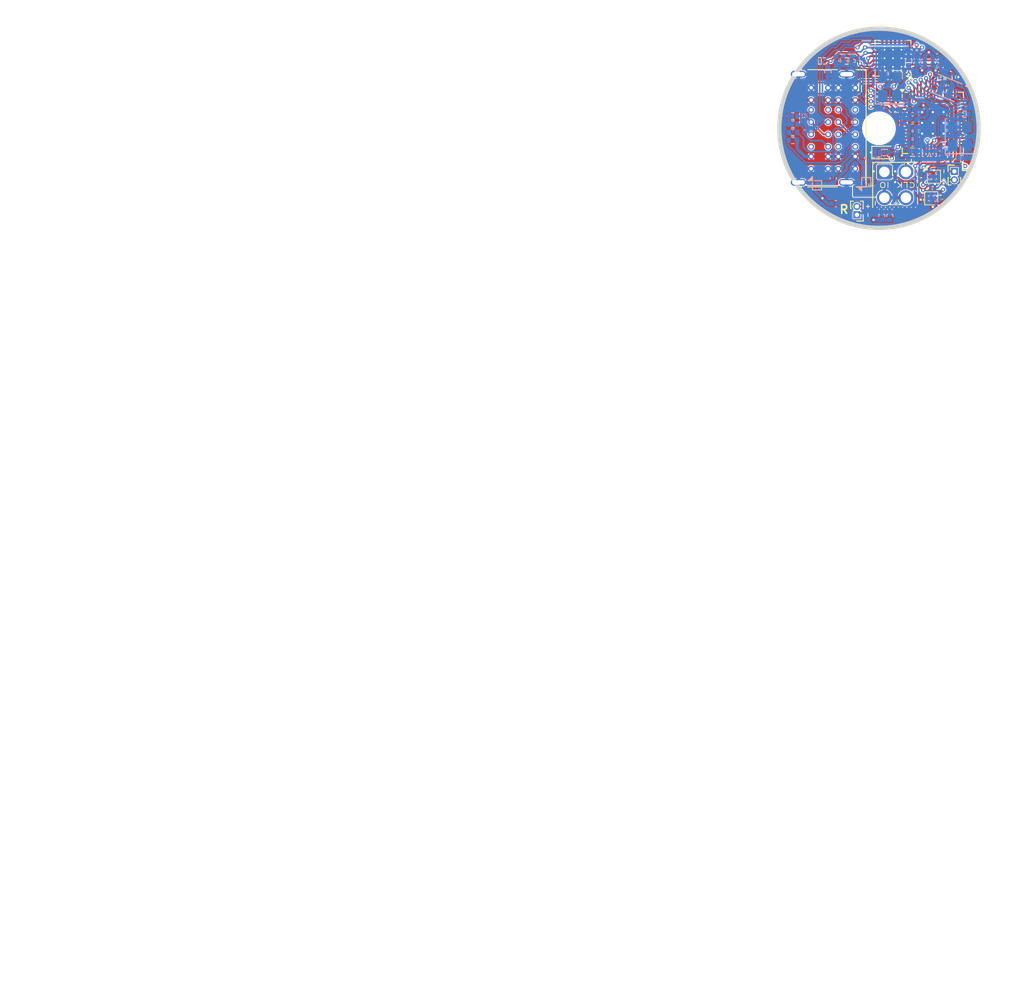
<source format=kicad_pcb>
(kicad_pcb (version 20241229) (generator "pcbnew") (generator_version "9.0")
  (title_block (title "Index Audio Amplifier") (date "In-Progress") (rev "0-dev") (comment 1 "Peter S. Hollander") (comment 2 "recursivenomad@protonmail.com") (comment 3 "MIT-0 OR CC0-1.0") (comment 4 "https://gitlab.com/recursivenomad/index-audio-amplifier/"))
  (layers (0 "F.Cu" signal) (2 "B.Cu" signal) (13 "F.Paste" user) (15 "B.Paste" user) (5 "F.SilkS" user "F.Silkscreen") (7 "B.SilkS" user "B.Silkscreen") (1 "F.Mask" user) (3 "B.Mask" user) (25 "Edge.Cuts" user))
  (net 0 "")
  (net 1 "GND")
  (net 2 "+3V3")
  (net 3 "+1V1")
  (net 4 "Net-(U1-XIN)")
  (net 5 "Net-(C17-Pad1)")
  (net 6 "+3V3A")
  (net 7 "Net-(D2-A)")
  (net 8 "Net-(J2-SWDIO)")
  (net 9 "Net-(J2-SWCLK)")
  (net 10 "Net-(U7-CRFILT)")
  (net 11 "Net-(U7-XTALIN)")
  (net 12 "Net-(U7-XTALOUT)")
  (net 13 "Net-(U1-USB_DP)")
  (net 14 "Net-(U1-USB_DM)")
  (net 15 "Net-(U1-XOUT)")
  (net 17 "VBUS")
  (net 18 "/AUX_DM")
  (net 21 "Net-(U1-QSPI_SD3)")
  (net 23 "Net-(U1-QSPI_SD2)")
  (net 31 "Net-(U1-QSPI_SD1)")
  (net 33 "Net-(U1-QSPI_SD0)")
  (net 34 "Net-(U1-QSPI_SCLK)")
  (net 38 "/LEFT_N")
  (net 39 "/LEFT_P")
  (net 40 "/RIGHT_P")
  (net 41 "/RIGHT_N")
  (net 42 "AGND")
  (net 44 "Net-(J1B-CC2_UP)")
  (net 46 "Net-(J1A-CC1_LO)")
  (net 48 "Net-(J1B-CC1_UP)")
  (net 49 "Net-(J1A-CC2_LO)")
  (net 50 "Net-(U7-RBIAS)")
  (net 51 "Net-(U7-VBUS_DET)")
  (net 52 "/HUB_SUSP")
  (net 53 "/HUB_SMCK")
  (net 54 "/HUB_SMDT")
  (net 56 "/HUB_RST")
  (net 63 "/DP_IN")
  (net 64 "/DM_IN")
  (net 65 "/RP2_DP")
  (net 66 "/RP2_DM")
  (net 67 "/AMP_FCLK")
  (net 68 "/AMP_DATA")
  (net 69 "/AMP_EN")
  (net 70 "/AMP_BCLK")
  (net 75 "/LED")
  (net 78 "/AUX_DP")
  (net 80 "Net-(JP1-A)")
  (footprint "Package_DFN_QFN:QFN-56-1EP_7x7mm_P0.4mm_EP3.2x3.2mm" (layer "F.Cu") (at 154.85 69.365)
    (property "Reference" "U1" (hide yes))
    (property "Value" "RP2040")
  )
  (footprint "ProjectFootprints_IndexAudioAmplifier:WLP-9_1.347x1.347mm_Layout3x3_P0.4mm" (layer "F.Cu") (at 154.977 75.715)
    (property "Reference" "U4" (hide yes))
    (property "Value" "MAX98360CENL")
  )
  (footprint "ProjectFootprints_IndexAudioAmplifier:WLP-9_1.347x1.347mm_Layout3x3_P0.4mm" (layer "F.Cu") (at 154.6595 78.255 180)
    (property "Reference" "U6" (hide yes))
    (property "Value" "MAX98360CENL")
  )
  (footprint "Capacitor_SMD:C_01005_0402Metric" (layer "F.Cu") (at 158.025 64.6025 90)
    (property "Reference" "C14" (hide yes))
    (property "Value" "2u2")
  )
  (footprint "Resistor_SMD:R_0402_1005Metric" (layer "F.Cu") (at 156.755 64.12625 -90)
    (property "Reference" "R12" (hide yes))
    (property "Value" "27R")
  )
  (footprint "Connector_PinHeader_1.00mm:PinHeader_1x02_P1.00mm_Vertical" (layer "F.Cu") (at 145.8965 80.2075 180)
    (property "Reference" "J3" (hide yes))
    (property "Value" "Conn_01x02")
  )
  (footprint "Connector_PicoprobeCandybar:SWD_PicoprobeCandybar_PressFit_Compact" (layer "F.Cu") (at 150.405 79.2075)
    (property "Reference" "J2" (hide yes))
    (property "Value" "SWD_PicoprobeCandybar" (hide yes))
  )
  (footprint "LED_SMD:LED_0603_1608Metric" (layer "F.Cu") (at 149.135 72.8575)
    (property "Reference" "D2" (hide yes))
    (property "Value" "Blue")
  )
  (footprint "Package_DFN_QFN:VQFN-24-1EP_4x4mm_P0.5mm_EP2.5x2.5mm_ThermalVias" (layer "F.Cu") (at 150.151 61.745 180)
    (property "Reference" "U7" (hide yes))
    (property "Value" "USB2422")
  )
  (footprint "ProjectFootprints_IndexAudioAmplifier:USB_C_Receptacle_CviLux_CU36SASCLA004-LF" (layer "F.Cu") (at 138.0225 70 -90)
    (property "Reference" "J1" (hide yes))
    (property "Value" "CU3616SASCLA004-LF")
  )
  (footprint "Resistor_SMD:R_0402_1005Metric" (layer "F.Cu") (at 155.8025 64.12625 -90)
    (property "Reference" "R13" (hide yes))
    (property "Value" "27R")
  )
  (footprint "Resistor_SMD:R_0402_1005Metric" (layer "F.Cu") (at 144.69 62.0625)
    (property "Reference" "R10" (hide yes))
    (property "Value" "50K")
  )
  (footprint "Resistor_SMD:R_0402_1005Metric" (layer "F.Cu") (at 141.515 62.0625)
    (property "Reference" "R2" (hide yes))
    (property "Value" "100K")
  )
  (footprint "Connector_PinHeader_1.00mm:PinHeader_1x02_P1.00mm_Vertical" (layer "F.Cu") (at 157.39 75.08)
    (property "Reference" "J4" (hide yes))
    (property "Value" "Conn_01x02")
  )
  (footprint "Capacitor_SMD:C_0402_1005Metric" (layer "B.Cu") (at 155.1395 78.255 180)
    (property "Reference" "C21" (hide yes))
    (property "Value" "10u")
  )
  (footprint "Resistor_SMD:R_0402_1005Metric" (layer "B.Cu") (at 138.34 70.47625 180)
    (property "Reference" "R9" (hide yes))
    (property "Value" "56K")
  )
  (footprint "NetTie:NetTie-2_SMD_Pad0.5mm" (layer "B.Cu") (at 144.69 76.9135 -90)
    (property "Reference" "NT1" (hide yes))
    (property "Value" "NetTie_2" (hide yes))
  )
  (footprint "Resistor_SMD:R_0402_1005Metric" (layer "B.Cu") (at 149.135 72.8575 180)
    (property "Reference" "R3" (hide yes))
    (property "Value" "470R")
  )
  (footprint "Capacitor_SMD:C_0402_1005Metric" (layer "B.Cu") (at 152.46875 71.74625)
    (property "Reference" "C6" (hide yes))
    (property "Value" "100n")
  )
  (footprint "Capacitor_SMD:C_0402_1005Metric" (layer "B.Cu") (at 155.32625 62.53875)
    (property "Reference" "C18" (hide yes))
    (property "Value" "2u2")
  )
  (footprint "Capacitor_SMD:C_0402_1005Metric" (layer "B.Cu") (at 153.42125 61.58625 180)
    (property "Reference" "C24" (hide yes))
    (property "Value" "100n")
  )
  (footprint "Capacitor_SMD:C_0402_1005Metric" (layer "B.Cu") (at 150.56375 67.7775 180)
    (property "Reference" "C26" (hide yes))
    (property "Value" "18p")
  )
  (footprint "Package_CSP:WLCSP-4_0.64x0.64mm_Layout2x2_P0.35mm" (layer "B.Cu") (at 146.9915 76.35)
    (property "Reference" "U2" (hide yes))
    (property "Value" "NCP167")
  )
  (footprint "Capacitor_SMD:C_0402_1005Metric" (layer "B.Cu") (at 155.32625 61.58625)
    (property "Reference" "C15" (hide yes))
    (property "Value" "100n")
  )
  (footprint "Capacitor_SMD:C_01005_0402Metric" (layer "B.Cu") (at 151.9925 66.5075 -90)
    (property "Reference" "C12" (hide yes))
    (property "Value" "2u2")
  )
  (footprint "Capacitor_SMD:C_0402_1005Metric" (layer "B.Cu") (at 147.865 73.81 180)
    (property "Reference" "C2" (hide yes))
    (property "Value" "1u")
  )
  (footprint "Crystal:Crystal_SMD_3225-4Pin_3.2x2.5mm" (layer "B.Cu") (at 149.77 65.07875 90)
    (property "Reference" "X2" (hide yes))
    (property "Value" "24MHz")
  )
  (footprint "Capacitor_SMD:C_0402_1005Metric" (layer "B.Cu") (at 152.46875 73.65125)
    (property "Reference" "C4" (hide yes))
    (property "Value" "100n")
  )
  (footprint "Capacitor_SMD:C_0402_1005Metric" (layer "B.Cu") (at 149.77 80.3225 90)
    (property "Reference" "C22" (hide yes))
    (property "Value" "100n")
  )
  (footprint "Capacitor_SMD:C_01005_0402Metric" (layer "B.Cu") (at 151.04 69.12175 90)
    (property "Reference" "C13" (hide yes))
    (property "Value" "2u2")
  )
  (footprint "Resistor_SMD:R_0402_1005Metric" (layer "B.Cu") (at 151.9925 62.0625 -90)
    (property "Reference" "R1" (hide yes))
    (property "Value" "12K")
  )
  (footprint "Resistor_SMD:R_0402_1005Metric" (layer "B.Cu") (at 142.4675 63.3325 -90)
    (property "Reference" "R6" (hide yes))
    (property "Value" "100K")
  )
  (footprint "Capacitor_SMD:C_0402_1005Metric" (layer "B.Cu") (at 154.9135 73.175 -90)
    (property "Reference" "C11" (hide yes))
    (property "Value" "100n")
  )
  (footprint "Resistor_SMD:R_0402_1005Metric" (layer "B.Cu") (at 138.34 71.42875)
    (property "Reference" "R7" (hide yes))
    (property "Value" "56K")
  )
  (footprint "Resistor_SMD:R_0402_1005Metric" (layer "B.Cu") (at 138.34 69.52375 180)
    (property "Reference" "R4" (hide yes))
    (property "Value" "5K11")
  )
  (footprint "Capacitor_SMD:C_0402_1005Metric" (layer "B.Cu") (at 153.961 73.175 -90)
    (property "Reference" "C9" (hide yes))
    (property "Value" "100n")
  )
  (footprint "Capacitor_SMD:C_0402_1005Metric" (layer "B.Cu") (at 158.3425 73.556)
    (property "Reference" "C17" (hide yes))
    (property "Value" "15p")
  )
  (footprint "ProjectFootprints_IndexAudioAmplifier:SolderJumper-2_P1.0mm_Open_RoundedPad0.5x1.0mm" (layer "B.Cu") (at 156.9455 63.3325 135)
    (property "Reference" "JP1" (hide yes))
    (property "Value" "BOOTSEL")
  )
  (footprint "Crystal:Crystal_SMD_3225-4Pin_3.2x2.5mm" (layer "B.Cu") (at 158.025 70.9525 90)
    (property "Reference" "X1" (hide yes))
    (property "Value" "12MHz")
  )
  (footprint "Capacitor_SMD:C_0402_1005Metric" (layer "B.Cu") (at 152.46875 69.873)
    (property "Reference" "C8" (hide yes))
    (property "Value" "100n")
  )
  (footprint "Capacitor_SMD:C_0402_1005Metric" (layer "B.Cu") (at 152.46875 67.7775)
    (property "Reference" "C25" (hide yes))
    (property "Value" "18p")
  )
  (footprint "Capacitor_SMD:C_0402_1005Metric" (layer "B.Cu") (at 152.46875 68.9205 180)
    (property "Reference" "C10" (hide yes))
    (property "Value" "100n")
  )
  (footprint "Capacitor_SMD:C_0402_1005Metric" (layer "B.Cu") (at 153.42125 62.53875 180)
    (property "Reference" "C23" (hide yes))
    (property "Value" "1u")
  )
  (footprint "Capacitor_SMD:C_0402_1005Metric" (layer "B.Cu") (at 143.1025 75.9055 90)
    (property "Reference" "C101" (hide yes))
    (property "Value" "1u")
  )
  (footprint "Capacitor_SMD:C_0402_1005Metric" (layer "B.Cu") (at 146.44 73.4925 90)
    (property "Reference" "C1" (hide yes))
    (property "Value" "1u")
  )
  (footprint "Resistor_SMD:R_0402_1005Metric" (layer "B.Cu") (at 138.34 68.57125 180)
    (property "Reference" "R5" (hide yes))
    (property "Value" "5K11")
  )
  (footprint "Resistor_SMD:R_0402_1005Metric" (layer "B.Cu") (at 158.5965 68.349 180)
    (property "Reference" "R14" (hide yes))
    (property "Value" "1K")
  )
  (footprint "Capacitor_SMD:C_0402_1005Metric" (layer "B.Cu") (at 143.42 62.0625 -90)
    (property "Reference" "C3" (hide yes))
    (property "Value" "1u")
  )
  (footprint "Capacitor_SMD:C_0402_1005Metric" (layer "B.Cu") (at 143.42 78.89)
    (property "Reference" "C102" (hide yes))
    (property "Value" "1u")
  )
  (footprint "Resistor_SMD:R_0402_1005Metric" (layer "B.Cu") (at 145.325 62.0625 90)
    (property "Reference" "R15" (hide yes))
    (property "Value" "50K")
  )
  (footprint "Capacitor_SMD:C_0402_1005Metric" (layer "B.Cu") (at 152.46875 70.79375)
    (property "Reference" "C7" (hide yes))
    (property "Value" "100n")
  )
  (footprint "Capacitor_SMD:C_0402_1005Metric" (layer "B.Cu") (at 156.4375 73.556 180)
    (property "Reference" "C16" (hide yes))
    (property "Value" "15p")
  )
  (footprint "Capacitor_SMD:C_0402_1005Metric" (layer "B.Cu") (at 152.46875 72.69875)
    (property "Reference" "C5" (hide yes))
    (property "Value" "100n")
  )
  (footprint "Capacitor_SMD:C_0402_1005Metric" (layer "B.Cu") (at 154.497 75.715)
    (property "Reference" "C20" (hide yes))
    (property "Value" "100n")
  )
  (footprint "Package_SON:Winbond_USON-8-1EP_3x2mm_P0.5mm_EP0.2x1.6mm" (layer "B.Cu") (at 156.4375 65.2375 157.5)
    (property "Reference" "U3" (hide yes))
    (property "Value" "W25Q16JVUXIQ")
  )
  (footprint "Package_CSP:WLCSP-4_0.64x0.64mm_Layout2x2_P0.35mm" (layer "B.Cu") (at 141.1975 76.731 -90)
    (property "Reference" "U5" (hide yes))
    (property "Value" "NCP167")
  )
  (footprint "Resistor_SMD:R_0402_1005Metric" (layer "B.Cu") (at 144.3725 62.0625 -90)
    (property "Reference" "R17" (hide yes))
    (property "Value" "50K")
  )
  (footprint "Capacitor_SMD:C_0402_1005Metric" (layer "B.Cu") (at 148.8175 80.3225 90)
    (property "Reference" "C19" (hide yes))
    (property "Value" "10u")
  )
  (footprint "MountingHole:MountingHole_2.2mm_M2_ISO7380" (layer "B.Cu") (at 148.5 70)
    (property "Reference" "H1" (hide yes))
    (property "Value" "MountingHole" (hide yes))
  )
  (gr_circle (center 148.5 70) (end 160.25 70) (stroke (width 0.5)) (fill no) (layer "Edge.Cuts"))
  (gr_text "R" (at 144.3725 80.16 0) (layer "F.SilkS") (effects (font (size 1 1) (thickness 0.2) (bold yes)) (justify bottom)))
  (gr_text "+ -" (at 147.23 79.7155 270) (layer "F.SilkS") (effects (font (size 0.5 0.5) (thickness 0.1) (bold yes))))
  (gr_text "L" (at 158.533 75.08 0) (layer "F.SilkS") (effects (font (size 1 1) (thickness 0.2) (bold yes)) (justify bottom)))
  (gr_text "+ -" (at 156.12 75.58 90) (layer "F.SilkS") (effects (font (size 0.5 0.5) (thickness 0.1) (bold yes))))
  (segment (start 153.85 72.175) (end 153.58 71.905) (width 0.4) (layer "F.Cu") (net 1))
  (segment (start 156.12 68.095) (end 155.485 68.73) (width 0.4) (layer "F.Cu") (net 1))
  (segment (start 150.405 76.35) (end 150.405 75.08) (width 0.4) (layer "F.Cu") (net 1))
  (segment (start 148.3475 72.8575) (end 147.5475 72.8575) (width 0.4) (layer "F.Cu") (net 1))
  (segment (start 156.12 69.365) (end 155.485 69.365) (width 0.4) (layer "F.Cu") (net 1))
  (segment (start 153.85 72.8025) (end 153.85 72.175) (width 0.4) (layer "F.Cu") (net 1))
  (segment (start 154.85 68.095) (end 154.85 68.73) (width 0.4) (layer "F.Cu") (net 1))
  (segment (start 158.025 64.12625) (end 158.025 64.3525) (width 0.4) (layer "F.Cu") (net 1))
  (segment (start 153.58 68.095) (end 154.215 68.73) (width 0.4) (layer "F.Cu") (net 1))
  (segment (start 153.58 69.365) (end 154.215 69.365) (width 0.4) (layer "F.Cu") (net 1))
  (segment (start 157.86625 63.9675) (end 158.025 64.12625) (width 0.4) (layer "F.Cu") (net 1))
  (segment (start 153.58 71.905) (end 153.58 70.635) (width 0.4) (layer "F.Cu") (net 1))
  (via (at 153.58 68.095) (size 0.5) (drill 0.25) (layers "F.Cu" "B.Cu") (net 1))
  (via (at 150.405 75.08) (size 0.5) (drill 0.25) (layers "F.Cu" "B.Cu") (net 1))
  (via (at 153.58 69.365) (size 0.5) (drill 0.25) (layers "F.Cu" "B.Cu") (net 1))
  (via (at 154.85 68.095) (size 0.5) (drill 0.25) (layers "F.Cu" "B.Cu") (net 1))
  (via (at 157.86625 63.9675) (size 0.5) (drill 0.25) (layers "F.Cu" "B.Cu") (net 1))
  (via (at 150.405 76.35) (size 0.5) (drill 0.25) (layers "F.Cu" "B.Cu") (net 1))
  (via (at 156.12 68.095) (size 0.5) (drill 0.25) (layers "F.Cu" "B.Cu") (net 1))
  (via (at 156.12 69.365) (size 0.5) (drill 0.25) (layers "F.Cu" "B.Cu") (net 1))
  (via (at 147.5475 72.8575) (size 0.5) (drill 0.25) (layers "F.Cu" "B.Cu") (net 1))
  (via (at 154.85 70.635) (size 0.5) (drill 0.25) (layers "F.Cu" "B.Cu") (net 1))
  (via (at 154.85 69.365) (size 0.5) (drill 0.25) (layers "F.Cu" "B.Cu") (net 1))
  (via (at 156.12 70.635) (size 0.5) (drill 0.25) (layers "F.Cu" "B.Cu") (net 1))
  (via (at 153.58 70.635) (size 0.5) (drill 0.25) (layers "F.Cu" "B.Cu") (net 1))
  (segment (start 147.1665 76.175) (end 147.1665 75.7785) (width 0.21) (layer "B.Cu") (net 1))
  (via (at 153.73875 67.30125) (size 0.5) (drill 0.25) (layers "F.Cu" "B.Cu") (net 2))
  (via (at 153.58 63.17375) (size 0.5) (drill 0.25) (layers "F.Cu" "B.Cu") (net 2))
  (via (at 151.19875 73.20675) (size 0.5) (drill 0.25) (layers "F.Cu" "B.Cu") (net 2))
  (via (at 148.02375 65.07875) (size 0.5) (drill 0.25) (layers "F.Cu" "B.Cu") (net 2))
  (via (at 147.865 63.80875) (size 0.5) (drill 0.25) (layers "F.Cu" "B.Cu") (net 2))
  (via (at 155.1675 63.17375) (size 0.5) (drill 0.25) (layers "F.Cu" "B.Cu") (net 2))
  (via (at 154.37375 61.0465) (size 0.5) (drill 0.25) (layers "F.Cu" "B.Cu") (net 2))
  (via (at 147.865 75.08) (size 0.5) (drill 0.25) (layers "F.Cu" "B.Cu") (net 2))
  (segment (start 153.13925 68.73) (end 152.94875 68.9205) (width 0.4) (layer "B.Cu") (net 2))
  (segment (start 151.98875 72.69875) (end 151.98875 71.74625) (width 0.4) (layer "B.Cu") (net 2))
  (segment (start 151.98875 71.74625) (end 151.98875 70.79375) (width 0.4) (layer "B.Cu") (net 2))
  (segment (start 155.1675 62.86) (end 154.84625 62.53875) (width 0.4) (layer "B.Cu") (net 2))
  (segment (start 147.865 64.92) (end 148.02375 65.07875) (width 0.4) (layer "B.Cu") (net 2))
  (segment (start 151.99625 69.873) (end 152.94875 68.9205) (width 0.4) (layer "B.Cu") (net 2))
  (segment (start 153.90125 62.53875) (end 153.90125 61.58625) (width 0.4) (layer "B.Cu") (net 2))
  (segment (start 151.19875 73.20675) (end 151.54425 73.20675) (width 0.4) (layer "B.Cu") (net 2))
  (segment (start 154.215 67.7775) (end 154.215 68.4125) (width 0.4) (layer "B.Cu") (net 2))
  (segment (start 147.1665 76.525) (end 147.69 76.525) (width 0.21) (layer "B.Cu") (net 2))
  (segment (start 155.485 63.811703) (end 155.485478 63.812181) (width 0.4) (layer "B.Cu") (net 2))
  (segment (start 151.98875 69.873) (end 151.99625 69.873) (width 0.4) (layer "B.Cu") (net 2))
  (segment (start 151.4875 69.37175) (end 151.98875 69.873) (width 0.4) (layer "B.Cu") (net 2))
  (segment (start 154.84625 61.519) (end 154.37375 61.0465) (width 0.4) (layer "B.Cu") (net 2))
  (segment (start 147.865 74.29) (end 147.865 75.08) (width 0.4) (layer "B.Cu") (net 2))
  (segment (start 147.865 76.35) (end 147.69 76.525) (width 0.4) (layer "B.Cu") (net 2))
  (segment (start 148.345 73.81) (end 147.865 74.29) (width 0.4) (layer "B.Cu") (net 2))
  (segment (start 154.215 68.4125) (end 153.8975 68.73) (width 0.4) (layer "B.Cu") (net 2))
  (segment (start 155.485478 63.812181) (end 155.407984 63.999268) (width 0.4) (layer "B.Cu") (net 2))
  (segment (start 151.54425 73.20675) (end 151.98875 73.65125) (width 0.4) (layer "B.Cu") (net 2))
  (segment (start 155.485 63.65) (end 155.485 63.811703) (width 0.4) (layer "B.Cu") (net 2))
  (segment (start 155.1675 62.86) (end 155.1675 63.17375) (width 0.4) (layer "B.Cu") (net 2))
  (segment (start 151.48075 73.20675) (end 151.98875 72.69875) (width 0.4) (layer "B.Cu") (net 2))
  (segment (start 153.58 63.17375) (end 153.90125 62.8525) (width 0.4) (layer "B.Cu") (net 2))
  (segment (start 153.90125 61.519) (end 154.37375 61.0465) (width 0.4) (layer "B.Cu") (net 2))
  (segment (start 155.1675 63.3325) (end 155.485 63.65) (width 0.4) (layer "B.Cu") (net 2))
  (segment (start 154.84625 61.58625) (end 154.84625 62.53875) (width 0.4) (layer "B.Cu") (net 2))
  (segment (start 151.19875 73.20675) (end 151.48075 73.20675) (width 0.4) (layer "B.Cu") (net 2))
  (segment (start 153.90125 62.8525) (end 153.90125 62.53875) (width 0.4) (layer "B.Cu") (net 2))
  (segment (start 151.98875 73.65125) (end 151.98875 72.69875) (width 0.4) (layer "B.Cu") (net 2))
  (segment (start 154.84625 61.58625) (end 154.84625 61.519) (width 0.4) (layer "B.Cu") (net 2))
  (segment (start 147.865 75.08) (end 147.865 76.35) (width 0.4) (layer "B.Cu") (net 2))
  (segment (start 147.865 63.80875) (end 147.865 64.92) (width 0.4) (layer "B.Cu") (net 2))
  (segment (start 153.73875 67.30125) (end 154.215 67.7775) (width 0.4) (layer "B.Cu") (net 2))
  (segment (start 153.90125 61.58625) (end 153.90125 61.519) (width 0.4) (layer "B.Cu") (net 2))
  (segment (start 153.8975 68.73) (end 153.13925 68.73) (width 0.4) (layer "B.Cu") (net 2))
  (segment (start 151.4875 69.37175) (end 151.04 69.37175) (width 0.4) (layer "B.Cu") (net 2))
  (segment (start 151.98875 70.79375) (end 151.98875 69.873) (width 0.4) (layer "B.Cu") (net 2))
  (segment (start 154.446773 66.666) (end 154.65 66.462773) (width 0.4) (layer "F.Cu") (net 3))
  (segment (start 156.65 66.485501) (end 156.65 65.9275) (width 0.4) (layer "F.Cu") (net 3))
  (segment (start 156.3105 66.825001) (end 156.65 66.485501) (width 0.4) (layer "F.Cu") (net 3))
  (segment (start 152.6275 66.825) (end 152.7865 66.666) (width 0.4) (layer "F.Cu") (net 3))
  (segment (start 152.7865 66.666) (end 154.446773 66.666) (width 0.4) (layer "F.Cu") (net 3))
  (segment (start 154.65 65.9275) (end 154.65 66.460774) (width 0.4) (layer "F.Cu") (net 3))
  (segment (start 156.440749 71.905) (end 156.12 71.905) (width 0.4) (layer "F.Cu") (net 3))
  (segment (start 155.799251 71.905) (end 156.12 71.905) (width 0.4) (layer "F.Cu") (net 3))
  (segment (start 155.012226 66.825) (end 156.3105 66.825001) (width 0.4) (layer "F.Cu") (net 3))
  (segment (start 157.0725 71.273249) (end 157.0725 67.46) (width 0.4) (layer "F.Cu") (net 3))
  (segment (start 157.0725 71.273249) (end 156.440749 71.905) (width 0.4) (layer "F.Cu") (net 3))
  (segment (start 155.450001 72.25425) (end 155.799251 71.905) (width 0.4) (layer "F.Cu") (net 3))
  (segment (start 155.450001 72.8025) (end 155.450001 72.25425) (width 0.4) (layer "F.Cu") (net 3))
  (segment (start 156.65 66.485501) (end 156.65 67.0375) (width 0.4) (layer "F.Cu") (net 3))
  (segment (start 157.0725 67.46) (end 156.437501 66.825001) (width 0.4) (layer "F.Cu") (net 3))
  (segment (start 154.446773 66.666) (end 154.853226 66.666) (width 0.4) (layer "F.Cu") (net 3))
  (segment (start 155.012226 66.825) (end 154.649 66.461774) (width 0.4) (layer "F.Cu") (net 3))
  (segment (start 157.069251 71.273249) (end 157.0725 71.273249) (width 0.4) (layer "F.Cu") (net 3))
  (via (at 156.12 71.905) (size 0.5) (drill 0.25) (layers "F.Cu" "B.Cu") (net 3))
  (via (at 152.6275 66.825) (size 0.5) (drill 0.25) (layers "F.Cu" "B.Cu") (net 3))
  (segment (start 156.12 71.905) (end 155.33 72.695) (width 0.4) (layer "B.Cu") (net 3))
  (segment (start 152.3775 66.2575) (end 151.9925 66.2575) (width 0.4) (layer "B.Cu") (net 3))
  (segment (start 155.33 72.695) (end 154.9135 72.695) (width 0.4) (layer "B.Cu") (net 3))
  (segment (start 152.6275 66.5075) (end 152.3775 66.2575) (width 0.4) (layer "B.Cu") (net 3))
  (segment (start 153.961 72.695) (end 154.9135 72.695) (width 0.4) (layer "B.Cu") (net 3))
  (segment (start 152.6275 66.825) (end 152.6275 66.5075) (width 0.4) (layer "B.Cu") (net 3))
  (segment (start 154.249999 71.622499) (end 154.249999 72.8025) (width 0.2) (layer "F.Cu") (net 4))
  (segment (start 154.215 71.42875) (end 154.215 71.5875) (width 0.2) (layer "F.Cu") (net 4))
  (segment (start 154.215 71.5875) (end 154.249999 71.622499) (width 0.2) (layer "F.Cu") (net 4))
  (via (at 154.215 71.42875) (size 0.5) (drill 0.25) (layers "F.Cu" "B.Cu") (net 4))
  (segment (start 154.215 71.42875) (end 154.215 71.74625) (width 0.2) (layer "B.Cu") (net 4))
  (segment (start 155.96125 71.27) (end 156.3925 71.27) (width 0.2) (layer "B.Cu") (net 4))
  (segment (start 154.37375 71.905) (end 155.32625 71.905) (width 0.2) (layer "B.Cu") (net 4))
  (segment (start 156.3925 71.27) (end 157.175 72.0525) (width 0.2) (layer "B.Cu") (net 4))
  (segment (start 156.9175 73.556) (end 156.9175 72.31) (width 0.2) (layer "B.Cu") (net 4))
  (segment (start 156.9175 72.31) (end 157.175 72.0525) (width 0.2) (layer "B.Cu") (net 4))
  (segment (start 155.32625 71.905) (end 155.96125 71.27) (width 0.2) (layer "B.Cu") (net 4))
  (segment (start 154.215 71.74625) (end 154.37375 71.905) (width 0.2) (layer "B.Cu") (net 4))
  (segment (start 158.025 73.3935) (end 157.8625 73.556) (width 0.2) (layer "B.Cu") (net 5))
  (segment (start 158.875 69.8525) (end 158.875 70.42) (width 0.2) (layer "B.Cu") (net 5))
  (segment (start 159.1065 69.621) (end 158.875 69.8525) (width 0.2) (layer "B.Cu") (net 5))
  (segment (start 159.1065 68.349) (end 159.1065 69.621) (width 0.2) (layer "B.Cu") (net 5))
  (segment (start 158.025 71.27) (end 158.025 73.3935) (width 0.2) (layer "B.Cu") (net 5))
  (segment (start 158.875 70.42) (end 158.025 71.27) (width 0.2) (layer "B.Cu") (net 5))
  (segment (start 154.6595 79.0805) (end 154.85 79.271) (width 0.27) (layer "F.Cu") (net 6))
  (segment (start 155.0595 78.655) (end 154.6595 78.655) (width 0.27) (layer "F.Cu") (net 6))
  (segment (start 154.6595 78.255) (end 154.6595 78.655) (width 0.27) (layer "F.Cu") (net 6))
  (segment (start 154.977 74.953) (end 154.977 75.315) (width 0.27) (layer "F.Cu") (net 6))
  (segment (start 154.977 75.715) (end 154.977 75.315) (width 0.27) (layer "F.Cu") (net 6))
  (segment (start 154.6595 78.655) (end 154.6595 79.0805) (width 0.27) (layer "F.Cu") (net 6))
  (segment (start 154.577 75.315) (end 154.977 75.315) (width 0.27) (layer "F.Cu") (net 6))
  (via (at 147.865 80.8025) (size 0.5) (drill 0.25) (layers "F.Cu" "B.Cu") (net 6))
  (via (at 154.977 74.953) (size 0.5) (drill 0.25) (layers "F.Cu" "B.Cu") (net 6))
  (via (at 153.42125 78.41375) (size 0.5) (drill 0.25) (layers "F.Cu" "B.Cu") (net 6))
  (via (at 154.85 79.271) (size 0.5) (drill 0.25) (layers "F.Cu" "B.Cu") (net 6))
  (via (at 141.8325 78.255) (size 0.5) (drill 0.25) (layers "F.Cu" "B.Cu") (net 6))
  (segment (start 153.463912 76.096) (end 153.3895 76.096) (width 0.4) (layer "B.Cu") (net 6))
  (segment (start 155.6195 78.255) (end 155.6195 78.5015) (width 0.4) (layer "B.Cu") (net 6))
  (segment (start 154.342 74.953) (end 154.017 75.278) (width 0.4) (layer "B.Cu") (net 6))
  (segment (start 155.6195 78.5015) (end 154.85 79.271) (width 0.4) (layer "B.Cu") (net 6))
  (segment (start 141.8325 78.255) (end 141.0225 77.445) (width 0.4) (layer "B.Cu") (net 6))
  (segment (start 142.94 78.89) (end 142.4675 78.89) (width 0.4) (layer "B.Cu") (net 6))
  (segment (start 148.8175 80.8025) (end 147.865 80.8025) (width 0.4) (layer "B.Cu") (net 6))
  (segment (start 154.017 75.8495) (end 153.775 76.0915) (width 0.4) (layer "B.Cu") (net 6))
  (segment (start 153.468412 76.0915) (end 153.463912 76.096) (width 0.4) (layer "B.Cu") (net 6))
  (segment (start 154.017 75.278) (end 154.017 75.715) (width 0.4) (layer "B.Cu") (net 6))
  (segment (start 141.0225 77.445) (end 141.0225 76.906) (width 0.21) (layer "B.Cu") (net 6))
  (segment (start 154.017 75.715) (end 154.017 75.8495) (width 0.4) (layer "B.Cu") (net 6))
  (segment (start 153.775 76.0915) (end 153.468412 76.0915) (width 0.4) (layer "B.Cu") (net 6))
  (segment (start 149.77 80.8025) (end 148.8175 80.8025) (width 0.4) (layer "B.Cu") (net 6))
  (segment (start 153.3895 76.096) (end 153.10375 76.38175) (width 0.4) (layer "B.Cu") (net 6))
  (segment (start 142.4675 78.89) (end 141.8325 78.255) (width 0.4) (layer "B.Cu") (net 6))
  (segment (start 153.42125 78.03275) (end 153.42125 78.41375) (width 0.4) (layer "B.Cu") (net 6))
  (segment (start 154.977 74.953) (end 154.342 74.953) (width 0.4) (layer "B.Cu") (net 6))
  (segment (start 153.10375 77.71525) (end 153.42125 78.03275) (width 0.4) (layer "B.Cu") (net 6))
  (segment (start 153.10375 76.38175) (end 153.10375 77.71525) (width 0.4) (layer "B.Cu") (net 6))
  (segment (start 150.024 72.959) (end 150.024 73.556) (width 0.2) (layer "F.Cu") (net 7))
  (segment (start 149.9225 72.8575) (end 150.024 72.959) (width 0.2) (layer "F.Cu") (net 7))
  (via (at 150.024 73.556) (size 0.5) (drill 0.25) (layers "F.Cu" "B.Cu") (net 7))
  (segment (start 150.024 73.556) (end 149.3235 73.556) (width 0.2) (layer "B.Cu") (net 7))
  (segment (start 149.3235 73.556) (end 148.625 72.8575) (width 0.2) (layer "B.Cu") (net 7))
  (segment (start 156.25 73.426) (end 156.25 72.8025) (width 0.2) (layer "F.Cu") (net 8))
  (segment (start 153.42125 73.81) (end 155.866 73.81) (width 0.2) (layer "F.Cu") (net 8))
  (segment (start 152.78625 74.445) (end 153.42125 73.81) (width 0.2) (layer "F.Cu") (net 8))
  (segment (start 155.866 73.81) (end 156.25 73.426) (width 0.2) (layer "F.Cu") (net 8))
  (via (at 152.78625 74.445) (size 0.5) (drill 0.25) (layers "F.Cu" "B.Cu") (net 8))
  (segment (start 149.7065 75.715) (end 149.135 75.1435) (width 0.2) (layer "B.Cu") (net 8))
  (segment (start 152.056 76.35) (end 151.19875 76.35) (width 0.2) (layer "B.Cu") (net 8))
  (segment (start 152.78625 75.61975) (end 152.056 76.35) (width 0.2) (layer "B.Cu") (net 8))
  (segment (start 150.56375 75.715) (end 149.7065 75.715) (width 0.2) (layer "B.Cu") (net 8))
  (segment (start 152.78625 74.445) (end 152.78625 75.61975) (width 0.2) (layer "B.Cu") (net 8))
  (segment (start 151.19875 76.35) (end 150.56375 75.715) (width 0.2) (layer "B.Cu") (net 8))
  (segment (start 151.675 75.1435) (end 151.675 73.81) (width 0.2) (layer "F.Cu") (net 9))
  (segment (start 155.85 73.2545) (end 155.85 72.8025) (width 0.2) (layer "F.Cu") (net 9))
  (segment (start 151.9925 73.4925) (end 155.612 73.4925) (width 0.2) (layer "F.Cu") (net 9))
  (segment (start 151.675 73.81) (end 151.9925 73.4925) (width 0.2) (layer "F.Cu") (net 9))
  (segment (start 155.612 73.4925) (end 155.85 73.2545) (width 0.2) (layer "F.Cu") (net 9))
  (segment (start 149.901 59.3995) (end 149.901 59.8075) (width 0.2) (layer "F.Cu") (net 10))
  (segment (start 148.5 59.205) (end 148.65875 59.04625) (width 0.2) (layer "F.Cu") (net 10))
  (segment (start 145.96 60.475) (end 146.595 59.84) (width 0.2) (layer "F.Cu") (net 10))
  (segment (start 149.54775 59.04625) (end 149.901 59.3995) (width 0.2) (layer "F.Cu") (net 10))
  (segment (start 146.595 59.84) (end 148.1825 59.84) (width 0.2) (layer "F.Cu") (net 10))
  (segment (start 148.65875 59.04625) (end 149.54775 59.04625) (width 0.2) (layer "F.Cu") (net 10))
  (segment (start 148.1825 59.84) (end 148.5 59.5225) (width 0.2) (layer "F.Cu") (net 10))
  (segment (start 148.5 59.5225) (end 148.5 59.205) (width 0.2) (layer "F.Cu") (net 10))
  (via (at 145.96 60.475) (size 0.5) (drill 0.25) (layers "F.Cu" "B.Cu") (net 10))
  (segment (start 143.42 61.5825) (end 144.5275 60.475) (width 0.2) (layer "B.Cu") (net 10))
  (segment (start 144.5275 60.475) (end 145.96 60.475) (width 0.2) (layer "B.Cu") (net 10))
  (segment (start 150.56375 64.76125) (end 150.56375 64.293) (width 0.2) (layer "F.Cu") (net 11))
  (segment (start 150.56375 64.293) (end 150.401 64.13025) (width 0.2) (layer "F.Cu") (net 11))
  (segment (start 150.24625 65.07875) (end 150.56375 64.76125) (width 0.2) (layer "F.Cu") (net 11))
  (segment (start 150.401 64.13025) (end 150.401 63.6825) (width 0.2) (layer "F.Cu") (net 11))
  (via (at 150.24625 65.07875) (size 0.5) (drill 0.25) (layers "F.Cu" "B.Cu") (net 11))
  (segment (start 149.77 65.555) (end 149.77 66.825) (width 0.2) (layer "B.Cu") (net 11))
  (segment (start 151.35375 67.1425) (end 151.98875 67.7775) (width 0.2) (layer "B.Cu") (net 11))
  (segment (start 150.56375 64.035) (end 150.62 63.97875) (width 0.2) (layer "B.Cu") (net 11))
  (segment (start 150.24625 65.07875) (end 149.77 65.555) (width 0.2) (layer "B.Cu") (net 11))
  (segment (start 150.0875 67.1425) (end 151.35375 67.1425) (width 0.2) (layer "B.Cu") (net 11))
  (segment (start 149.77 66.825) (end 150.0875 67.1425) (width 0.2) (layer "B.Cu") (net 11))
  (segment (start 150.56375 64.76125) (end 150.56375 64.035) (width 0.2) (layer "B.Cu") (net 11))
  (segment (start 150.24625 65.07875) (end 150.56375 64.76125) (width 0.2) (layer "B.Cu") (net 11))
  (segment (start 148.97625 65.07875) (end 149.901 64.154) (width 0.2) (layer "F.Cu") (net 12))
  (segment (start 149.901 64.154) (end 149.901 63.6825) (width 0.2) (layer "F.Cu") (net 12))
  (segment (start 148.65875 65.07875) (end 148.97625 65.07875) (width 0.2) (layer "F.Cu") (net 12))
  (via (at 148.65875 65.07875) (size 0.5) (drill 0.25) (layers "F.Cu" "B.Cu") (net 12))
  (segment (start 148.92 67.245) (end 149.4525 67.7775) (width 0.2) (layer "B.Cu") (net 12))
  (segment (start 148.92 66.17875) (end 148.92 67.245) (width 0.2) (layer "B.Cu") (net 12))
  (segment (start 149.4525 67.7775) (end 150.08375 67.7775) (width 0.2) (layer "B.Cu") (net 12))
  (segment (start 148.92 66.17875) (end 148.92 65.34) (width 0.2) (layer "B.Cu") (net 12))
  (segment (start 148.92 65.34) (end 148.65875 65.07875) (width 0.2) (layer "B.Cu") (net 12))
  (segment (start 155.32625 64.12625) (end 156.245001 64.12625) (width 0.2) (layer "F.Cu") (net 13))
  (segment (start 156.245001 64.12625) (end 156.755 64.636249) (width 0.2) (layer "F.Cu") (net 13))
  (segment (start 155.85 65.9275) (end 155.85 65.49) (width 0.2) (layer "F.Cu") (net 13))
  (segment (start 155.1675 64.285) (end 155.32625 64.12625) (width 0.2) (layer "F.Cu") (net 13))
  (segment (start 155.1675 64.8075) (end 155.1675 64.285) (width 0.2) (layer "F.Cu") (net 13))
  (segment (start 155.85 65.49) (end 155.1675 64.8075) (width 0.2) (layer "F.Cu") (net 13))
  (segment (start 156.25 65.083749) (end 155.8025 64.636249) (width 0.2) (layer "F.Cu") (net 14))
  (segment (start 156.25 65.9275) (end 156.25 65.083749) (width 0.2) (layer "F.Cu") (net 14))
  (segment (start 154.65 71.7875) (end 154.65 72.8025) (width 0.2) (layer "F.Cu") (net 15))
  (segment (start 155.009059 71.428441) (end 154.65 71.7875) (width 0.2) (layer "F.Cu") (net 15))
  (via (at 155.009059 71.428441) (size 0.5) (drill 0.25) (layers "F.Cu" "B.Cu") (net 15))
  (segment (start 155.485 70.9525) (end 155.485 69.0475) (width 0.2) (layer "B.Cu") (net 15))
  (segment (start 155.8025 68.73) (end 156.4375 68.73) (width 0.2) (layer "B.Cu") (net 15))
  (segment (start 156.4375 68.73) (end 156.755 68.4125) (width 0.2) (layer "B.Cu") (net 15))
  (segment (start 158.023 68.4125) (end 158.0865 68.349) (width 0.2) (layer "B.Cu") (net 15))
  (segment (start 155.009059 71.428441) (end 155.485 70.9525) (width 0.2) (layer "B.Cu") (net 15))
  (segment (start 155.485 69.0475) (end 155.8025 68.73) (width 0.2) (layer "B.Cu") (net 15))
  (segment (start 156.755 68.4125) (end 158.023 68.4125) (width 0.2) (layer "B.Cu") (net 15))
  (segment (start 150.405 77.62) (end 149.77 76.985) (width 0.4) (layer "F.Cu") (net 17))
  (segment (start 141.005 62.0625) (end 141.005 63.525) (width 0.4) (layer "F.Cu") (net 17))
  (segment (start 150.659 78.1915) (end 150.405 77.9375) (width 0.4) (layer "F.Cu") (net 17))
  (segment (start 150.405 77.9375) (end 150.405 77.62) (width 0.4) (layer "F.Cu") (net 17))
  (segment (start 149.77 76.985) (end 147.23 76.985) (width 0.4) (layer "F.Cu") (net 17))
  (segment (start 151.675 78.1915) (end 150.659 78.1915) (width 0.4) (layer "F.Cu") (net 17))
  (segment (start 147.23 76.985) (end 145.96 75.715) (width 0.4) (layer "F.Cu") (net 17))
  (segment (start 139.76 73.325) (end 138.85 72.415) (width 0.4) (layer "B.Cu") (net 17))
  (segment (start 143.003 76.485) (end 143.1025 76.3855) (width 0.4) (layer "B.Cu") (net 17))
  (segment (start 138.81625 71.42875) (end 138.85 71.42875) (width 0.4) (layer "B.Cu") (net 17))
  (segment (start 138.85 72.415) (end 138.85 71.42875) (width 0.4) (layer "B.Cu") (net 17))
  (segment (start 143.1305 76.3855) (end 144.69 74.826) (width 0.4) (layer "B.Cu") (net 17))
  (segment (start 143.1025 76.3855) (end 143.1305 76.3855) (width 0.4) (layer "B.Cu") (net 17))
  (segment (start 146.44 73.9725) (end 146.44 74.0625) (width 0.4) (layer "B.Cu") (net 17))
  (segment (start 144.69 74.3375) (end 145.7025 73.325) (width 0.4) (layer "B.Cu") (net 17))
  (segment (start 146.8165 76.175) (end 146.595 75.9535) (width 0.21) (layer "B.Cu") (net 17))
  (segment (start 141.0225 76.556) (end 141.3725 76.556) (width 0.21) (layer "B.Cu") (net 17))
  (segment (start 137.83 70.47625) (end 137.86375 70.47625) (width 0.4) (layer "B.Cu") (net 17))
  (segment (start 141.1975 76.485) (end 143.003 76.485) (width 0.4) (layer "B.Cu") (net 17))
  (segment (start 137.86375 70.47625) (end 138.81625 71.42875) (width 0.4) (layer "B.Cu") (net 17))
  (segment (start 146.8165 76.3175) (end 146.595 76.096) (width 0.21) (layer "B.Cu") (net 17))
  (segment (start 145.7025 73.325) (end 146.35 73.9725) (width 0.4) (layer "B.Cu") (net 17))
  (segment (start 144.69 74.826) (end 144.69 74.3375) (width 0.4) (layer "B.Cu") (net 17))
  (segment (start 146.35 73.9725) (end 146.44 73.9725) (width 0.4) (layer "B.Cu") (net 17))
  (segment (start 146.44 74.0625) (end 146.595 74.2175) (width 0.4) (layer "B.Cu") (net 17))
  (segment (start 146.8165 76.525) (end 146.8165 76.175) (width 0.21) (layer "B.Cu") (net 17))
  (segment (start 140.5025 73.325) (end 139.76 73.325) (width 0.4) (layer "B.Cu") (net 17))
  (segment (start 146.595 74.2175) (end 146.595 76.096) (width 0.4) (layer "B.Cu") (net 17))
  (segment (start 153.58 60.475) (end 152.56 61.495) (width 0.2) (layer "F.Cu") (net 18))
  (segment (start 152.56 61.495) (end 152.0885 61.495) (width 0.2) (layer "F.Cu") (net 18))
  (via (at 153.58 60.475) (size 0.5) (drill 0.25) (layers "F.Cu" "B.Cu") (net 18))
  (segment (start 141.8325 62.22125) (end 143.26125 60.7925) (width 0.2) (layer "B.Cu") (net 18))
  (segment (start 144.3725 60.1575) (end 145.325 60.1575) (width 0.2) (layer "B.Cu") (net 18))
  (segment (start 152.46875 60.63375) (end 153.42125 60.63375) (width 0.2) (layer "B.Cu") (net 18))
  (segment (start 147.23 59.84) (end 147.5475 60.1575) (width 0.2) (layer "B.Cu") (net 18))
  (segment (start 142.2135 67.2695) (end 141.8325 66.8885) (width 0.2) (layer "B.Cu") (net 18))
  (segment (start 147.5475 60.1575) (end 151.9925 60.1575) (width 0.2) (layer "B.Cu") (net 18))
  (segment (start 143.7375 60.7925) (end 144.3725 60.1575) (width 0.2) (layer "B.Cu") (net 18))
  (segment (start 143.7025 70.725) (end 144.2525 70.725) (width 0.2) (layer "B.Cu") (net 18))
  (segment (start 141.8325 66.8885) (end 141.8325 62.22125) (width 0.2) (layer "B.Cu") (net 18))
  (segment (start 144.2525 70.725) (end 145.7025 69.275) (width 0.2) (layer "B.Cu") (net 18))
  (segment (start 144.69 67.841) (end 144.1185 67.2695) (width 0.2) (layer "B.Cu") (net 18))
  (segment (start 143.26125 60.7925) (end 143.7375 60.7925) (width 0.2) (layer "B.Cu") (net 18))
  (segment (start 144.1185 67.2695) (end 142.2135 67.2695) (width 0.2) (layer "B.Cu") (net 18))
  (segment (start 153.42125 60.63375) (end 153.58 60.475) (width 0.2) (layer "B.Cu") (net 18))
  (segment (start 145.325 60.1575) (end 145.6425 59.84) (width 0.2) (layer "B.Cu") (net 18))
  (segment (start 144.69 68.2625) (end 144.69 67.841) (width 0.2) (layer "B.Cu") (net 18))
  (segment (start 145.6425 59.84) (end 147.23 59.84) (width 0.2) (layer "B.Cu") (net 18))
  (segment (start 151.9925 60.1575) (end 152.46875 60.63375) (width 0.2) (layer "B.Cu") (net 18))
  (segment (start 145.7025 69.275) (end 144.69 68.2625) (width 0.2) (layer "B.Cu") (net 18))
  (segment (start 154.5325 65.2375) (end 154.249999 65.520001) (width 0.2) (layer "F.Cu") (net 21))
  (segment (start 154.249999 65.520001) (end 154.249999 65.9275) (width 0.2) (layer "F.Cu") (net 21))
  (segment (start 154.5325 63.65) (end 154.5325 65.2375) (width 0.2) (layer "F.Cu") (net 21))
  (via (at 154.5325 63.65) (size 0.5) (drill 0.25) (layers "F.Cu" "B.Cu") (net 21))
  (segment (start 154.5325 64.036839) (end 154.77318 64.277519) (width 0.2) (layer "B.Cu") (net 21))
  (segment (start 154.77318 64.277519) (end 155.216642 64.461207) (width 0.2) (layer "B.Cu") (net 21))
  (segment (start 154.5325 63.65) (end 154.5325 64.036839) (width 0.2) (layer "B.Cu") (net 21))
  (segment (start 152.78625 64.44375) (end 153.05 64.7075) (width 0.2) (layer "F.Cu") (net 23))
  (segment (start 153.05 64.7075) (end 153.05 65.9275) (width 0.2) (layer "F.Cu") (net 23))
  (via (at 152.78625 64.44375) (size 0.5) (drill 0.25) (layers "F.Cu" "B.Cu") (net 23))
  (segment (start 158.039459 66.171651) (end 157.658356 66.013795) (width 0.2) (layer "B.Cu") (net 23))
  (segment (start 157.564817 67.079088) (end 158.187066 66.821344) (width 0.2) (layer "B.Cu") (net 23))
  (segment (start 158.247817 66.674681) (end 158.039459 66.171651) (width 0.2) (layer "B.Cu") (net 23))
  (segment (start 153.86575 65.52325) (end 157.564817 67.079088) (width 0.2) (layer "B.Cu") (net 23))
  (segment (start 152.78625 64.44375) (end 153.86575 65.52325) (width 0.2) (layer "B.Cu") (net 23))
  (segment (start 158.187066 66.821344) (end 158.247817 66.674681) (width 0.2) (layer "B.Cu") (net 23))
  (segment (start 152.650001 65.101251) (end 152.650001 65.9275) (width 0.2) (layer "F.Cu") (net 31))
  (segment (start 152.15125 64.6025) (end 152.650001 65.101251) (width 0.2) (layer "F.Cu") (net 31))
  (segment (start 151.9925 64.6025) (end 152.15125 64.6025) (width 0.2) (layer "F.Cu") (net 31))
  (via (at 151.9925 64.6025) (size 0.5) (drill 0.25) (layers "F.Cu" "B.Cu") (net 31))
  (segment (start 153.834 65.936) (end 153.48475 65.936) (width 0.2) (layer "B.Cu") (net 31))
  (segment (start 158.646865 66.540959) (end 158.419647 67.079) (width 0.2) (layer "B.Cu") (net 31))
  (segment (start 153.48475 65.936) (end 152.15125 64.6025) (width 0.2) (layer "B.Cu") (net 31))
  (segment (start 158.317411 65.745592) (end 158.646865 66.540959) (width 0.2) (layer "B.Cu") (net 31))
  (segment (start 157.4535 67.46) (end 153.834 65.936) (width 0.2) (layer "B.Cu") (net 31))
  (segment (start 152.15125 64.6025) (end 151.9925 64.6025) (width 0.2) (layer "B.Cu") (net 31))
  (segment (start 157.849699 65.551854) (end 158.317411 65.745592) (width 0.2) (layer "B.Cu") (net 31))
  (segment (start 158.419647 67.079) (end 157.4535 67.46) (width 0.2) (layer "B.Cu") (net 31))
  (segment (start 153.45 64.31375) (end 153.45 65.9275) (width 0.2) (layer "F.Cu") (net 33))
  (segment (start 153.42125 64.285) (end 153.45 64.31375) (width 0.2) (layer "F.Cu") (net 33))
  (via (at 153.42125 64.285) (size 0.5) (drill 0.25) (layers "F.Cu" "B.Cu") (net 33))
  (segment (start 154.33765 65.2014) (end 154.390496 65.2014) (width 0.2) (layer "B.Cu") (net 33))
  (segment (start 154.390496 65.2014) (end 154.833958 65.385088) (width 0.2) (layer "B.Cu") (net 33))
  (segment (start 153.42125 64.285) (end 154.33765 65.2014) (width 0.2) (layer "B.Cu") (net 33))
  (segment (start 153.85 65.285) (end 153.85 65.9275) (width 0.2) (layer "F.Cu") (net 34))
  (segment (start 154.05625 64.0945) (end 154.05625 65.07875) (width 0.2) (layer "F.Cu") (net 34))
  (segment (start 154.05625 65.07875) (end 153.85 65.285) (width 0.2) (layer "F.Cu") (net 34))
  (via (at 154.05625 64.0945) (size 0.5) (drill 0.25) (layers "F.Cu" "B.Cu") (net 34))
  (segment (start 154.05625 64.213869) (end 154.581839 64.739458) (width 0.2) (layer "B.Cu") (net 34))
  (segment (start 154.581839 64.739458) (end 155.025301 64.923146) (width 0.2) (layer "B.Cu") (net 34))
  (segment (start 154.05625 64.0945) (end 154.05625 64.213869) (width 0.2) (layer "B.Cu") (net 34))
  (segment (start 156.6725 75.08) (end 157.39 75.08) (width 0.2) (layer "F.Cu") (net 38))
  (segment (start 156.4375 75.315) (end 156.6725 75.08) (width 0.2) (layer "F.Cu") (net 38))
  (segment (start 155.377 75.315) (end 156.4375 75.315) (width 0.2) (layer "F.Cu") (net 38))
  (segment (start 156.4375 75.715) (end 156.8025 76.08) (width 0.2) (layer "F.Cu") (net 39))
  (segment (start 155.377 75.715) (end 156.4375 75.715) (width 0.2) (layer "F.Cu") (net 39))
  (segment (start 156.8025 76.08) (end 157.39 76.08) (width 0.2) (layer "F.Cu") (net 39))
  (segment (start 153.8975 78.41375) (end 154.05625 78.255) (width 0.2) (layer "F.Cu") (net 40))
  (segment (start 146.595 79.2075) (end 147.07125 79.68375) (width 0.2) (layer "F.Cu") (net 40))
  (segment (start 152.991691 79.68375) (end 153.8975 78.777941) (width 0.2) (layer "F.Cu") (net 40))
  (segment (start 154.05625 78.255) (end 154.2595 78.255) (width 0.2) (layer "F.Cu") (net 40))
  (segment (start 145.96 79.2075) (end 146.595 79.2075) (width 0.2) (layer "F.Cu") (net 40))
  (segment (start 153.8975 78.777941) (end 153.8975 78.41375) (width 0.2) (layer "F.Cu") (net 40))
  (segment (start 147.07125 79.68375) (end 152.991691 79.68375) (width 0.2) (layer "F.Cu") (net 40))
  (segment (start 153.10375 80.00125) (end 154.2595 78.8455) (width 0.2) (layer "F.Cu") (net 41))
  (segment (start 154.2595 78.8455) (end 154.2595 78.655) (width 0.2) (layer "F.Cu") (net 41))
  (segment (start 145.96 80.2075) (end 146.16625 80.00125) (width 0.2) (layer "F.Cu") (net 41))
  (segment (start 146.16625 80.00125) (end 153.10375 80.00125) (width 0.2) (layer "F.Cu") (net 41))
  (segment (start 154.6595 77.855) (end 154.6595 77.62) (width 0.27) (layer "F.Cu") (net 42))
  (segment (start 154.6595 77.62) (end 155.104 77.1755) (width 0.27) (layer "F.Cu") (net 42))
  (segment (start 155.104 77.1755) (end 155.104 76.57225) (width 0.27) (layer "F.Cu") (net 42))
  (segment (start 155.104 76.57225) (end 155.104 76.5405) (width 0.27) (layer "F.Cu") (net 42))
  (segment (start 154.977 76.4135) (end 154.977 76.115) (width 0.27) (layer "F.Cu") (net 42))
  (segment (start 155.104 76.5405) (end 154.977 76.4135) (width 0.27) (layer "F.Cu") (net 42))
  (via (at 155.104 76.57225) (size 0.5) (drill 0.25) (layers "F.Cu" "B.Cu") (net 42))
  (segment (start 141.3725 76.906) (end 141.515 77.0485) (width 0.21) (layer "B.Cu") (net 42))
  (segment (start 143.8135 74.064) (end 144.69 73.1875) (width 0.2) (layer "B.Cu") (net 44))
  (segment (start 137.83 72.03) (end 139.864 74.064) (width 0.2) (layer "B.Cu") (net 44))
  (segment (start 144.69 72.54) (end 145.055 72.175) (width 0.2) (layer "B.Cu") (net 44))
  (segment (start 139.864 74.064) (end 143.8135 74.064) (width 0.2) (layer "B.Cu") (net 44))
  (segment (start 144.69 73.1875) (end 144.69 72.54) (width 0.2) (layer "B.Cu") (net 44))
  (segment (start 137.83 71.42875) (end 137.83 72.03) (width 0.2) (layer "B.Cu") (net 44))
  (segment (start 145.055 72.175) (end 145.7025 72.175) (width 0.2) (layer "B.Cu") (net 44))
  (segment (start 138.85 68.57125) (end 139.75625 68.57125) (width 0.2) (layer "B.Cu") (net 46))
  (segment (start 139.75625 68.57125) (end 140.5025 67.825) (width 0.2) (layer "B.Cu") (net 46))
  (segment (start 144.69 68.8125) (end 144.69 69.365) (width 0.2) (layer "B.Cu") (net 48))
  (segment (start 139.61 71.23625) (end 138.85 70.47625) (width 0.2) (layer "B.Cu") (net 48))
  (segment (start 143.1025 70.3175) (end 143.1025 72.54) (width 0.2) (layer "B.Cu") (net 48))
  (segment (start 143.7025 67.825) (end 144.69 68.8125) (width 0.2) (layer "B.Cu") (net 48))
  (segment (start 139.61 72.2225) (end 139.61 71.23625) (width 0.2) (layer "B.Cu") (net 48))
  (segment (start 140.118 72.7305) (end 139.61 72.2225) (width 0.2) (layer "B.Cu") (net 48))
  (segment (start 142.912 72.7305) (end 140.118 72.7305) (width 0.2) (layer "B.Cu") (net 48))
  (segment (start 144.055 70) (end 143.42 70) (width 0.2) (layer "B.Cu") (net 48))
  (segment (start 143.1025 72.54) (end 142.912 72.7305) (width 0.2) (layer "B.Cu") (net 48))
  (segment (start 144.69 69.365) (end 144.055 70) (width 0.2) (layer "B.Cu") (net 48))
  (segment (start 143.42 70) (end 143.1025 70.3175) (width 0.2) (layer "B.Cu") (net 48))
  (segment (start 141.788 71.4605) (end 140.4355 71.4605) (width 0.2) (layer "B.Cu") (net 49))
  (segment (start 139.61 70) (end 139.13375 69.52375) (width 0.2) (layer "B.Cu") (net 49))
  (segment (start 140.4355 71.4605) (end 139.61 70.635) (width 0.2) (layer "B.Cu") (net 49))
  (segment (start 139.61 70.635) (end 139.61 70) (width 0.2) (layer "B.Cu") (net 49))
  (segment (start 142.5025 72.175) (end 141.788 71.4605) (width 0.2) (layer "B.Cu") (net 49))
  (segment (start 139.13375 69.52375) (end 138.85 69.52375) (width 0.2) (layer "B.Cu") (net 49))
  (segment (start 151.4335 63.65) (end 151.401 63.6825) (width 0.2) (layer "F.Cu") (net 50))
  (segment (start 151.9925 63.65) (end 151.4335 63.65) (width 0.2) (layer "F.Cu") (net 50))
  (via (at 151.9925 63.65) (size 0.5) (drill 0.25) (layers "F.Cu" "B.Cu") (net 50))
  (segment (start 151.9925 63.65) (end 151.9925 62.5725) (width 0.2) (layer "B.Cu") (net 50))
  (segment (start 147.07125 62.38) (end 147.38875 62.38) (width 0.2) (layer "F.Cu") (net 51))
  (segment (start 143.7375 61.11) (end 145.80125 61.11) (width 0.2) (layer "F.Cu") (net 51))
  (segment (start 147.77375 61.995) (end 148.2135 61.995) (width 0.2) (layer "F.Cu") (net 51))
  (segment (start 147.38875 62.38) (end 147.77375 61.995) (width 0.2) (layer "F.Cu") (net 51))
  (segment (start 142.785 62.0625) (end 143.7375 61.11) (width 0.2) (layer "F.Cu") (net 51))
  (segment (start 142.025 62.0625) (end 142.785 62.0625) (width 0.2) (layer "F.Cu") (net 51))
  (segment (start 145.80125 61.11) (end 147.07125 62.38) (width 0.2) (layer "F.Cu") (net 51))
  (via (at 142.785 62.0625) (size 0.5) (drill 0.25) (layers "F.Cu" "B.Cu") (net 51))
  (segment (start 142.4675 62.38) (end 142.785 62.0625) (width 0.2) (layer "B.Cu") (net 51))
  (segment (start 142.4675 62.8225) (end 142.4675 62.38) (width 0.2) (layer "B.Cu") (net 51))
  (segment (start 149.4525 67.46) (end 150.3575 68.365) (width 0.2) (layer "F.Cu") (net 52))
  (segment (start 146.2775 62.38) (end 146.595 62.6975) (width 0.2) (layer "F.Cu") (net 52))
  (segment (start 145.2 62.0625) (end 145.96 62.0625) (width 0.2) (layer "F.Cu") (net 52))
  (segment (start 146.595 62.6975) (end 147.70625 62.6975) (width 0.2) (layer "F.Cu") (net 52))
  (segment (start 147.90875 62.495) (end 148.213501 62.495) (width 0.2) (layer "F.Cu") (net 52))
  (segment (start 145.96 62.0625) (end 146.2775 62.38) (width 0.2) (layer "F.Cu") (net 52))
  (segment (start 147.5475 67.46) (end 149.4525 67.46) (width 0.2) (layer "F.Cu") (net 52))
  (segment (start 147.70625 62.6975) (end 147.90875 62.495) (width 0.2) (layer "F.Cu") (net 52))
  (segment (start 150.3575 68.365) (end 151.4125 68.365) (width 0.2) (layer "F.Cu") (net 52))
  (via (at 147.5475 67.46) (size 0.5) (drill 0.25) (layers "F.Cu" "B.Cu") (net 52))
  (via (at 146.2775 62.38) (size 0.5) (drill 0.25) (layers "F.Cu" "B.Cu") (net 52))
  (segment (start 146.2775 66.5075) (end 147.23 67.46) (width 0.2) (layer "B.Cu") (net 52))
  (segment (start 147.23 67.46) (end 147.5475 67.46) (width 0.2) (layer "B.Cu") (net 52))
  (segment (start 146.2775 62.38) (end 146.2775 66.5075) (width 0.2) (layer "B.Cu") (net 52))
  (segment (start 148.5 66.825) (end 150.0875 66.825) (width 0.2) (layer "F.Cu") (net 53))
  (segment (start 146.9125 61.11) (end 147.738 61.11) (width 0.2) (layer "F.Cu") (net 53))
  (segment (start 147.738 61.11) (end 147.853 60.995) (width 0.2) (layer "F.Cu") (net 53))
  (segment (start 147.865 66.19) (end 148.5 66.825) (width 0.2) (layer "F.Cu") (net 53))
  (segment (start 150.0875 66.825) (end 150.8275 67.565) (width 0.2) (layer "F.Cu") (net 53))
  (segment (start 147.853 60.995) (end 148.213501 60.995) (width 0.2) (layer "F.Cu") (net 53))
  (segment (start 150.8275 67.565) (end 151.4125 67.565) (width 0.2) (layer "F.Cu") (net 53))
  (segment (start 147.5475 66.19) (end 147.865 66.19) (width 0.2) (layer "F.Cu") (net 53))
  (via (at 147.5475 66.19) (size 0.5) (drill 0.25) (layers "F.Cu" "B.Cu") (net 53))
  (via (at 146.9125 61.11) (size 0.5) (drill 0.25) (layers "F.Cu" "B.Cu") (net 53))
  (segment (start 147.865 62.38) (end 147.865 61.4275) (width 0.2) (layer "B.Cu") (net 53))
  (segment (start 146.9125 63.3325) (end 147.865 62.38) (width 0.2) (layer "B.Cu") (net 53))
  (segment (start 146.47 61.5525) (end 146.9125 61.11) (width 0.2) (layer "B.Cu") (net 53))
  (segment (start 147.5475 61.11) (end 146.9125 61.11) (width 0.2) (layer "B.Cu") (net 53))
  (segment (start 147.23 66.19) (end 146.9125 65.8725) (width 0.2) (layer "B.Cu") (net 53))
  (segment (start 146.9125 65.8725) (end 146.9125 63.3325) (width 0.2) (layer "B.Cu") (net 53))
  (segment (start 145.325 61.5525) (end 146.47 61.5525) (width 0.2) (layer "B.Cu") (net 53))
  (segment (start 147.865 61.4275) (end 147.5475 61.11) (width 0.2) (layer "B.Cu") (net 53))
  (segment (start 147.23 66.19) (end 147.5475 66.19) (width 0.2) (layer "B.Cu") (net 53))
  (segment (start 148.8175 66.5075) (end 150.405 66.5075) (width 0.2) (layer "F.Cu") (net 54))
  (segment (start 147.5475 65.555) (end 147.865 65.555) (width 0.2) (layer "F.Cu") (net 54))
  (segment (start 150.7225 66.98375) (end 150.903751 67.165001) (width 0.2) (layer "F.Cu") (net 54))
  (segment (start 146.849 60.475) (end 146.902503 60.475) (width 0.2) (layer "F.Cu") (net 54))
  (segment (start 150.405 66.5075) (end 150.7225 66.825) (width 0.2) (layer "F.Cu") (net 54))
  (segment (start 146.902503 60.475) (end 146.922503 60.495) (width 0.2) (layer "F.Cu") (net 54))
  (segment (start 150.7225 66.825) (end 150.7225 66.98375) (width 0.2) (layer "F.Cu") (net 54))
  (segment (start 147.865 65.555) (end 148.8175 66.5075) (width 0.2) (layer "F.Cu") (net 54))
  (segment (start 150.903751 67.165001) (end 151.4125 67.165001) (width 0.2) (layer "F.Cu") (net 54))
  (segment (start 146.922503 60.495) (end 148.2135 60.495) (width 0.2) (layer "F.Cu") (net 54))
  (via (at 146.849 60.475) (size 0.5) (drill 0.25) (layers "F.Cu" "B.Cu") (net 54))
  (via (at 147.5475 65.555) (size 0.5) (drill 0.25) (layers "F.Cu" "B.Cu") (net 54))
  (segment (start 147.5475 65.555) (end 147.23 65.2375) (width 0.2) (layer "B.Cu") (net 54))
  (segment (start 148.1825 62.6975) (end 148.1825 61.11) (width 0.2) (layer "B.Cu") (net 54))
  (segment (start 148.1825 61.11) (end 147.5475 60.475) (width 0.2) (layer "B.Cu") (net 54))
  (segment (start 147.5475 60.475) (end 146.849 60.475) (width 0.2) (layer "B.Cu") (net 54))
  (segment (start 144.3725 61.5525) (end 144.942 60.983) (width 0.2) (layer "B.Cu") (net 54))
  (segment (start 147.23 63.65) (end 148.1825 62.6975) (width 0.2) (layer "B.Cu") (net 54))
  (segment (start 146.341 60.983) (end 146.849 60.475) (width 0.2) (layer "B.Cu") (net 54))
  (segment (start 144.942 60.983) (end 146.341 60.983) (width 0.2) (layer "B.Cu") (net 54))
  (segment (start 147.23 65.2375) (end 147.23 63.65) (width 0.2) (layer "B.Cu") (net 54))
  (segment (start 147.5475 66.825) (end 147.865 66.825) (width 0.2) (layer "F.Cu") (net 56))
  (segment (start 150.5925 67.965) (end 151.4125 67.965) (width 0.2) (layer "F.Cu") (net 56))
  (segment (start 147.865 66.825) (end 148.1825 67.1425) (width 0.2) (layer "F.Cu") (net 56))
  (segment (start 148.2135 61.495) (end 147.48 61.495) (width 0.2) (layer "F.Cu") (net 56))
  (segment (start 147.48 61.495) (end 147.23 61.745) (width 0.2) (layer "F.Cu") (net 56))
  (segment (start 148.1825 67.1425) (end 149.77 67.1425) (width 0.2) (layer "F.Cu") (net 56))
  (segment (start 149.77 67.1425) (end 150.5925 67.965) (width 0.2) (layer "F.Cu") (net 56))
  (via (at 147.23 61.745) (size 0.5) (drill 0.25) (layers "F.Cu" "B.Cu") (net 56))
  (via (at 147.5475 66.825) (size 0.5) (drill 0.25) (layers "F.Cu" "B.Cu") (net 56))
  (segment (start 147.23 62.38) (end 146.595 63.015) (width 0.2) (layer "B.Cu") (net 56))
  (segment (start 146.595 63.015) (end 146.595 66.19) (width 0.2) (layer "B.Cu") (net 56))
  (segment (start 147.23 66.825) (end 147.5475 66.825) (width 0.2) (layer "B.Cu") (net 56))
  (segment (start 147.23 61.745) (end 147.23 62.38) (width 0.2) (layer "B.Cu") (net 56))
  (segment (start 146.595 66.19) (end 147.23 66.825) (width 0.2) (layer "B.Cu") (net 56))
  (segment (start 139.61 66.571) (end 140.245 65.936) (width 0.2) (layer "F.Cu") (net 63))
  (segment (start 146.2775 64.92) (end 146.595 64.6025) (width 0.2) (layer "F.Cu") (net 63))
  (segment (start 140.5025 69.275) (end 139.61 68.3825) (width 0.2) (layer "F.Cu") (net 63))
  (segment (start 139.61 68.3825) (end 139.61 66.571) (width 0.2) (layer "F.Cu") (net 63))
  (segment (start 140.502499 69.275) (end 141.952499 70.725) (width 0.2) (layer "F.Cu") (net 63))
  (segment (start 146.2775 65.6185) (end 146.2775 64.92) (width 0.2) (layer "F.Cu") (net 63))
  (segment (start 149.401 64.019) (end 149.401 63.682499) (width 0.2) (layer "F.Cu") (net 63))
  (segment (start 148.8175 64.6025) (end 149.401 64.019) (width 0.2) (layer "F.Cu") (net 63))
  (segment (start 140.245 65.936) (end 145.96 65.936) (width 0.2) (layer "F.Cu") (net 63))
  (segment (start 146.595 64.6025) (end 148.8175 64.6025) (width 0.2) (layer "F.Cu") (net 63))
  (segment (start 145.96 65.936) (end 146.2775 65.6185) (width 0.2) (layer "F.Cu") (net 63))
  (segment (start 141.952499 70.725) (end 142.502499 70.725) (width 0.2) (layer "F.Cu") (net 63))
  (segment (start 148.5 64.285) (end 148.901 63.884) (width 0.2) (layer "F.Cu") (net 64))
  (segment (start 139.2925 65.2375) (end 139.9275 64.6025) (width 0.2) (layer "F.Cu") (net 64))
  (segment (start 139.2925 69.515) (end 139.2925 65.2375) (width 0.2) (layer "F.Cu") (net 64))
  (segment (start 148.901 63.884) (end 148.901 63.6825) (width 0.2) (layer "F.Cu") (net 64))
  (segment (start 146.2775 64.285) (end 148.5 64.285) (width 0.2) (layer "F.Cu") (net 64))
  (segment (start 140.5025 70.725) (end 139.2925 69.515) (width 0.2) (layer "F.Cu") (net 64))
  (segment (start 145.96 64.6025) (end 146.2775 64.285) (width 0.2) (layer "F.Cu") (net 64))
  (segment (start 139.9275 64.6025) (end 145.96 64.6025) (width 0.2) (layer "F.Cu") (net 64))
  (segment (start 140.502498 70.725) (end 141.952499 69.275) (width 0.2) (layer "B.Cu") (net 64))
  (segment (start 141.952499 69.275) (end 142.502499 69.275) (width 0.2) (layer "B.Cu") (net 64))
  (segment (start 152.0885 61.995) (end 155.485 61.995) (width 0.2) (layer "F.Cu") (net 65))
  (segment (start 155.485 61.995) (end 156.755 63.265) (width 0.2) (layer "F.Cu") (net 65))
  (segment (start 156.755 63.265) (end 156.755 63.616251) (width 0.2) (layer "F.Cu") (net 65))
  (segment (start 152.088499 62.495) (end 155.485 62.495) (width 0.2) (layer "F.Cu") (net 66))
  (segment (start 155.8025 62.8125) (end 155.8025 63.616251) (width 0.2) (layer "F.Cu") (net 66))
  (segment (start 155.485 62.495) (end 155.8025 62.8125) (width 0.2) (layer "F.Cu") (net 66))
  (segment (start 155.77075 76.50875) (end 155.377 76.115) (width 0.27) (layer "F.Cu") (net 67))
  (segment (start 156.4375 74.445) (end 157.45 73.4325) (width 0.2) (layer "F.Cu") (net 67))
  (segment (start 157.45 73.4325) (end 157.45 72.8025) (width 0.2) (layer "F.Cu") (net 67))
  (segment (start 156.12 76.50875) (end 156.59625 76.985) (width 0.27) (layer "F.Cu") (net 67))
  (segment (start 153.707 76.6675) (end 153.707 75.3975) (width 0.2) (layer "F.Cu") (net 67))
  (segment (start 154.6595 74.445) (end 156.4375 74.445) (width 0.2) (layer "F.Cu") (net 67))
  (segment (start 155.8025 78.255) (end 155.0595 78.255) (width 0.27) (layer "F.Cu") (net 67))
  (segment (start 156.59625 77.46125) (end 155.8025 78.255) (width 0.27) (layer "F.Cu") (net 67))
  (segment (start 156.12 76.50875) (end 155.77075 76.50875) (width 0.27) (layer "F.Cu") (net 67))
  (segment (start 156.59625 76.985) (end 156.59625 77.46125) (width 0.27) (layer "F.Cu") (net 67))
  (segment (start 153.707 75.3975) (end 154.6595 74.445) (width 0.2) (layer "F.Cu") (net 67))
  (via (at 153.707 76.6675) (size 0.5) (drill 0.25) (layers "F.Cu" "B.Cu") (net 67))
  (via (at 156.12 76.50875) (size 0.5) (drill 0.25) (layers "F.Cu" "B.Cu") (net 67))
  (segment (start 156.12 76.50875) (end 155.96125 76.50875) (width 0.2) (layer "B.Cu") (net 67))
  (segment (start 155.4215 77.0485) (end 154.596 77.0485) (width 0.2) (layer "B.Cu") (net 67))
  (segment (start 155.96125 76.50875) (end 155.4215 77.0485) (width 0.2) (layer "B.Cu") (net 67))
  (segment (start 154.596 77.0485) (end 154.215 76.6675) (width 0.2) (layer "B.Cu") (net 67))
  (segment (start 154.215 76.6675) (end 153.707 76.6675) (width 0.2) (layer "B.Cu") (net 67))
  (segment (start 156.0565 77.239) (end 155.83425 77.46125) (width 0.27) (layer "F.Cu") (net 68))
  (segment (start 153.745166 77.3025) (end 154.215 76.832666) (width 0.2) (layer "F.Cu") (net 68))
  (segment (start 153.199 76.832666) (end 153.199 76.223) (width 0.2) (layer "F.Cu") (net 68))
  (segment (start 158.2875 74.0725) (end 158.66 74.445) (width 0.2) (layer "F.Cu") (net 68))
  (segment (start 153.199 76.223) (end 153.199 75.251678) (width 0.2) (layer "F.Cu") (net 68))
  (segment (start 153.707 77.3025) (end 153.745166 77.3025) (width 0.2) (layer "F.Cu") (net 68))
  (segment (start 155.83425 77.46125) (end 155.45325 77.46125) (width 0.27) (layer "F.Cu") (net 68))
  (segment (start 158.2875 71.965) (end 158.2875 73.81) (width 0.2) (layer "F.Cu") (net 68))
  (segment (start 154.577 75.715) (end 154.215 75.715) (width 0.27) (layer "F.Cu") (net 68))
  (segment (start 153.668834 77.3025) (end 153.199 76.832666) (width 0.2) (layer "F.Cu") (net 68))
  (segment (start 153.7705 74.680178) (end 153.7705 74.6355) (width 0.2) (layer "F.Cu") (net 68))
  (segment (start 153.199 75.251678) (end 153.7705 74.680178) (width 0.2) (layer "F.Cu") (net 68))
  (segment (start 158.2875 73.81) (end 158.2875 74.0725) (width 0.2) (layer "F.Cu") (net 68))
  (segment (start 155.45325 77.46125) (end 155.0595 77.855) (width 0.27) (layer "F.Cu") (net 68))
  (segment (start 153.707 77.3025) (end 153.668834 77.3025) (width 0.2) (layer "F.Cu") (net 68))
  (segment (start 154.215 76.832666) (end 154.215 75.715) (width 0.2) (layer "F.Cu") (net 68))
  (via (at 158.66 74.445) (size 0.5) (drill 0.25) (layers "F.Cu" "B.Cu") (net 68))
  (via (at 156.0565 77.239) (size 0.5) (drill 0.25) (layers "F.Cu" "B.Cu") (net 68))
  (via (at 153.7705 74.6355) (size 0.5) (drill 0.25) (layers "F.Cu" "B.Cu") (net 68))
  (via (at 153.707 77.3025) (size 0.5) (drill 0.25) (layers "F.Cu" "B.Cu") (net 68))
  (segment (start 158.66 74.445) (end 158.3425 74.1275) (width 0.2) (layer "B.Cu") (net 68))
  (segment (start 154.11975 74.28625) (end 153.7705 74.6355) (width 0.2) (layer "B.Cu") (net 68))
  (segment (start 156.27875 74.28625) (end 154.11975 74.28625) (width 0.2) (layer "B.Cu") (net 68))
  (segment (start 158.3425 74.1275) (end 156.4375 74.1275) (width 0.2) (layer "B.Cu") (net 68))
  (segment (start 155.946 77.3495) (end 156.0565 77.239) (width 0.2) (layer "B.Cu") (net 68))
  (segment (start 153.754 77.3495) (end 155.946 77.3495) (width 0.2) (layer "B.Cu") (net 68))
  (segment (start 153.707 77.3025) (end 153.754 77.3495) (width 0.2) (layer "B.Cu") (net 68))
  (segment (start 156.4375 74.1275) (end 156.27875 74.28625) (width 0.2) (layer "B.Cu") (net 68))
  (segment (start 157.049999 72.8025) (end 157.049999 73.197501) (width 0.2) (layer "F.Cu") (net 70))
  (segment (start 154.2595 77.855) (end 154.2595 77.4485) (width 0.27) (layer "F.Cu") (net 70))
  (segment (start 152.78625 75.23875) (end 152.78625 77.112) (width 0.2) (layer "F.Cu") (net 70))
  (segment (start 152.78625 77.112) (end 153.52925 77.855) (width 0.2) (layer "F.Cu") (net 70))
  (segment (start 154.577 77.131) (end 154.577 76.115) (width 0.27) (layer "F.Cu") (net 70))
  (segment (start 154.2595 77.4485) (end 154.577 77.131) (width 0.27) (layer "F.Cu") (net 70))
  (segment (start 156.12 74.1275) (end 153.58 74.1275) (width 0.2) (layer "F.Cu") (net 70))
  (segment (start 153.52925 77.855) (end 154.2595 77.855) (width 0.2) (layer "F.Cu") (net 70))
  (segment (start 157.049999 73.197501) (end 156.12 74.1275) (width 0.2) (layer "F.Cu") (net 70))
  (segment (start 153.58 74.1275) (end 153.26225 74.44525) (width 0.2) (layer "F.Cu") (net 70))
  (segment (start 153.26225 74.76275) (end 152.78625 75.23875) (width 0.2) (layer "F.Cu") (net 70))
  (segment (start 153.26225 74.44525) (end 153.26225 74.76275) (width 0.2) (layer "F.Cu") (net 70))
  (segment (start 150.7225 72.2225) (end 150.98 71.965) (width 0.2) (layer "F.Cu") (net 75))
  (segment (start 150.98 71.965) (end 151.4125 71.965) (width 0.2) (layer "F.Cu") (net 75))
  (via (at 150.7225 72.2225) (size 0.5) (drill 0.25) (layers "F.Cu" "B.Cu") (net 75))
  (segment (start 150.0875 72.8575) (end 150.7225 72.2225) (width 0.2) (layer "B.Cu") (net 75))
  (segment (start 149.645 72.8575) (end 150.0875 72.8575) (width 0.2) (layer "B.Cu") (net 75))
  (segment (start 152.425 60.995) (end 152.088499 60.995) (width 0.2) (layer "F.Cu") (net 78))
  (segment (start 152.945 60.475) (end 152.425 60.995) (width 0.2) (layer "F.Cu") (net 78))
  (segment (start 152.945 60.1575) (end 152.945 60.475) (width 0.2) (layer "F.Cu") (net 78))
  (segment (start 145.152499 70.724999) (end 145.702499 70.724999) (width 0.2) (layer "F.Cu") (net 78))
  (segment (start 143.702499 69.275) (end 145.152499 70.724999) (width 0.2) (layer "F.Cu") (net 78))
  (via (at 152.945 60.1575) (size 0.5) (drill 0.25) (layers "F.Cu" "B.Cu") (net 78))
  (segment (start 141.515 61.90375) (end 141.515 68.095) (width 0.2) (layer "B.Cu") (net 78))
  (segment (start 142.94375 60.475) (end 141.515 61.90375) (width 0.2) (layer "B.Cu") (net 78))
  (segment (start 147.5475 59.5225) (end 145.325 59.5225) (width 0.2) (layer "B.Cu") (net 78))
  (segment (start 145.0075 59.84) (end 144.055 59.84) (width 0.2) (layer "B.Cu") (net 78))
  (segment (start 142.967 68.5395) (end 143.7025 69.275) (width 0.2) (layer "B.Cu") (net 78))
  (segment (start 152.945 60.1575) (end 152.6275 59.84) (width 0.2) (layer "B.Cu") (net 78))
  (segment (start 144.055 59.84) (end 143.42 60.475) (width 0.2) (layer "B.Cu") (net 78))
  (segment (start 141.9595 68.5395) (end 142.967 68.5395) (width 0.2) (layer "B.Cu") (net 78))
  (segment (start 143.42 60.475) (end 142.94375 60.475) (width 0.2) (layer "B.Cu") (net 78))
  (segment (start 145.325 59.5225) (end 145.0075 59.84) (width 0.2) (layer "B.Cu") (net 78))
  (segment (start 147.865 59.84) (end 147.5475 59.5225) (width 0.2) (layer "B.Cu") (net 78))
  (segment (start 152.6275 59.84) (end 147.865 59.84) (width 0.2) (layer "B.Cu") (net 78))
  (segment (start 141.515 68.095) (end 141.9595 68.5395) (width 0.2) (layer "B.Cu") (net 78))
  (segment (start 151.9925 65.2375) (end 152.25 65.495) (width 0.2) (layer "F.Cu") (net 80))
  (segment (start 152.25 65.495) (end 152.25 65.9275) (width 0.2) (layer "F.Cu") (net 80))
  (via (at 151.9925 65.2375) (size 0.5) (drill 0.25) (layers "F.Cu" "B.Cu") (net 80))
  (segment (start 158.48681 65.274563) (end 158.04104 65.089919) (width 0.2) (layer "B.Cu") (net 80))
  (segment (start 157.39 63.777) (end 157.157632 63.544632) (width 0.2) (layer "B.Cu") (net 80))
  (segment (start 153.707 66.2535) (end 157.4535 67.841) (width 0.2) (layer "B.Cu") (net 80))
  (segment (start 159.000947 66.515799) (end 158.48681 65.274563) (width 0.2) (layer "B.Cu") (net 80))
  (segment (start 157.39 64.438873) (end 157.39 63.777) (width 0.2) (layer "B.Cu") (net 80))
  (segment (start 158.04104 65.089919) (end 158.04104 65.089915) (width 0.2) (layer "B.Cu") (net 80))
  (segment (start 153.0085 66.2535) (end 153.707 66.2535) (width 0.2) (layer "B.Cu") (net 80))
  (segment (start 158.66 67.333) (end 159.000947 66.515799) (width 0.2) (layer "B.Cu") (net 80))
  (segment (start 151.9925 65.2375) (end 153.0085 66.2535) (width 0.2) (layer "B.Cu") (net 80))
  (segment (start 158.041041 65.089914) (end 157.39 64.438873) (width 0.2) (layer "B.Cu") (net 80))
  (segment (start 157.4535 67.841) (end 158.66 67.333) (width 0.2) (layer "B.Cu") (net 80))
  (zone (net 2) (net_name "+3V3") (layer "F.Cu") (name "3V3 Plane") (connect_pads (clearance 0)) (min_thickness 0.2) (fill yes (thermal_gap 0.1) (thermal_bridge_width 0.4))
    (polygon (pts (arc (start 136.75 70) (mid 160.25 70) (end 136.75 70))))
  )
  (zone (net 17) (net_name "VBUS") (layer "F.Cu") (name "VBUS Plane") (priority 2) (connect_pads (clearance 0)) (min_thickness 0.2) (fill yes (thermal_gap 0.1) (thermal_bridge_width 0.4))
    (polygon (pts (arc (start 138.9115 63.2055) (mid 136.74821 70) (end 138.9115 76.7945)) (xy 146.849 76.7945) (xy 146.849 63.2055) (xy 138.911501 63.2055)))
  )
  (zone (net 6) (net_name "+3V3A") (layer "F.Cu") (name "3V3A Plane") (priority 4) (connect_pads (clearance 0)) (min_thickness 0.2) (fill yes (thermal_gap 0.1) (thermal_bridge_width 0.4) (smoothing fillet) (radius 0.2))
    (polygon (pts (xy 138.911501 76.7945) (xy 139.00057 76.919343) (xy 139.184374 77.164886) (xy 139.374524 77.405549) (xy 139.570888 77.641167) (xy 139.773335 77.871581) (xy 139.981726 78.096634) (xy 140.195919 78.316171) (xy 140.415768 78.530045) (xy 140.641123 78.738108) (xy 140.871832 78.940219) (xy 141.107736 79.136241) (xy 141.348675 79.32604) (xy 141.594485 79.509487) (xy 141.844999 79.686456) (xy 142.100045 79.856828) (xy 142.359451 80.020486) (xy 142.62304 80.177318) (xy 142.890631 80.327219) (xy 143.162043 80.470085) (xy 143.437091 80.60582) (xy 143.715587 80.734331) (xy 143.997343 80.855531) (xy 144.282165 80.969336) (xy 144.56986 81.07567) (xy 144.860232 81.17446) (xy 145.153083 81.265639) (xy 145.448214 81.349144) (xy 145.745423 81.424919) (xy 146.044509 81.492912) (xy 146.345267 81.553077) (xy 146.647493 81.605373) (xy 146.95098 81.649764) (xy 147.255523 81.68622) (xy 147.560913 81.714717) (xy 147.866943 81.735234) (xy 148.173405 81.747758) (xy 148.480088 81.75228) (xy 148.786786 81.748797) (xy 149.093287 81.737312) (xy 149.399385 81.717832) (xy 149.70487 81.69037) (xy 150.009535 81.654946) (xy 150.313171 81.611584) (xy 150.615573 81.560312) (xy 150.916533 81.501167) (xy 151.215847 81.434188) (xy 151.513312 81.35942) (xy 151.808724 81.276915) (xy 152.101882 81.186729) (xy 152.392587 81.088924) (xy 152.680641 80.983566) (xy 152.965847 80.870726) (xy 153.248011 80.750482) (xy 153.526942 80.622915) (xy 153.802448 80.488113) (xy 154.074343 80.346167) (xy 154.34244 80.197174) (xy 154.606559 80.041236) (xy 154.866518 79.878458) (xy 155.12214 79.708951) (xy 155.373252 79.532832) (xy 155.619682 79.350219) (xy 155.861263 79.161238) (xy 156.09783 78.966016) (xy 156.329222 78.764688) (xy 156.555281 78.557389) (xy 156.775854 78.344262) (xy 156.990789 78.125452) (xy 157.199941 77.901107) (xy 157.403168 77.67138) (xy 157.60033 77.436428) (xy 157.791294 77.196411) (xy 157.975929 76.951492) (xy 158.154109 76.701839) (xy 158.325714 76.44762) (xy 158.490627 76.18901) (xy 158.648734 75.926184) (xy 158.799929 75.659322) (xy 158.944109 75.388605) (xy 159.081174 75.114218) (xy 159.211032 74.836347) (xy 159.333595 74.555183) (xy 159.448779 74.270915) (xy 159.503104 74.1275) (xy 152.564 74.1275) (xy 152.564 78.255) (xy 151.675 79.0805) (xy 149.135 79.0805) (xy 148.246 78.1915) (xy 145.325 78.1915) (xy 145.325 76.7945) (xy 138.9115 76.7945)))
  )
  (zone (net 0) (net_name "") (layers "F.Cu" "B.Cu") (name "Keepout Keyed Mounting Hole") (connect_pads (clearance 0)) (min_thickness 0.4)
    (keepout (tracks not_allowed) (vias not_allowed) (pads allowed) (copperpour not_allowed) (footprints allowed))
    (fill (thermal_gap 0.1) (thermal_bridge_width 0.4))
    (polygon (pts (arc (start 146.499987 70) (mid 150.499987 70) (end 146.499987 70))))
  )
  (zone (net 42) (net_name "AGND") (layer "B.Cu") (name "AGND Plane") (priority 3) (connect_pads (clearance 0)) (min_thickness 0.2) (fill yes (thermal_gap 0.1) (thermal_bridge_width 0.4) (smoothing fillet) (radius 0.2))
    (polygon (pts (xy 138.911501 76.7945) (xy 139.00057 76.919343) (xy 139.184374 77.164886) (xy 139.374524 77.405549) (xy 139.570888 77.641167) (xy 139.773335 77.871581) (xy 139.981726 78.096634) (xy 140.195919 78.316171) (xy 140.415768 78.530045) (xy 140.641123 78.738108) (xy 140.871832 78.940219) (xy 141.107736 79.136241) (xy 141.348675 79.32604) (xy 141.594485 79.509487) (xy 141.844999 79.686456) (xy 142.100045 79.856828) (xy 142.359451 80.020486) (xy 142.62304 80.177318) (xy 142.890631 80.327219) (xy 143.162043 80.470085) (xy 143.437091 80.60582) (xy 143.715587 80.734331) (xy 143.997343 80.855531) (xy 144.282165 80.969336) (xy 144.56986 81.07567) (xy 144.860232 81.17446) (xy 145.153083 81.265639) (xy 145.448214 81.349144) (xy 145.745423 81.424919) (xy 146.044509 81.492912) (xy 146.345267 81.553077) (xy 146.647493 81.605373) (xy 146.95098 81.649764) (xy 147.255523 81.68622) (xy 147.560913 81.714717) (xy 147.866943 81.735234) (xy 148.173405 81.747758) (xy 148.480088 81.75228) (xy 148.786786 81.748797) (xy 149.093287 81.737312) (xy 149.399385 81.717832) (xy 149.70487 81.69037) (xy 150.009535 81.654946) (xy 150.313171 81.611584) (xy 150.615573 81.560312) (xy 150.916533 81.501167) (xy 151.215847 81.434188) (xy 151.513312 81.35942) (xy 151.808724 81.276915) (xy 152.101882 81.186729) (xy 152.392587 81.088924) (xy 152.680641 80.983566) (xy 152.965847 80.870726) (xy 153.248011 80.750482) (xy 153.526942 80.622915) (xy 153.802448 80.488113) (xy 154.074343 80.346167) (xy 154.34244 80.197174) (xy 154.606559 80.041236) (xy 154.866518 79.878458) (xy 155.12214 79.708951) (xy 155.373252 79.532832) (xy 155.619682 79.350219) (xy 155.861263 79.161238) (xy 156.09783 78.966016) (xy 156.329222 78.764688) (xy 156.555281 78.557389) (xy 156.775854 78.344262) (xy 156.990789 78.125452) (xy 157.199941 77.901107) (xy 157.403168 77.67138) (xy 157.60033 77.436428) (xy 157.791294 77.196411) (xy 157.975929 76.951492) (xy 158.154109 76.701839) (xy 158.325714 76.44762) (xy 158.490627 76.18901) (xy 158.648734 75.926184) (xy 158.799929 75.659322) (xy 158.944109 75.388605) (xy 159.081174 75.114218) (xy 159.211032 74.836347) (xy 159.333595 74.555183) (xy 159.448779 74.270915) (xy 159.503104 74.1275) (xy 152.564 74.1275) (xy 152.564 78.255) (xy 151.675 79.0805) (xy 149.135 79.0805) (xy 148.246 78.1915) (xy 145.325 78.1915) (xy 145.325 76.7945) (xy 138.9115 76.7945)))
  )
  (zone (net 1) (net_name "GND") (layer "B.Cu") (name "GND Plane") (priority 1) (connect_pads (clearance 0)) (min_thickness 0.2) (fill yes (thermal_gap 0.1) (thermal_bridge_width 0.4))
    (polygon (pts (arc (start 136.75 70) (mid 160.25 70) (end 136.75 70))))
  )
)
</source>
